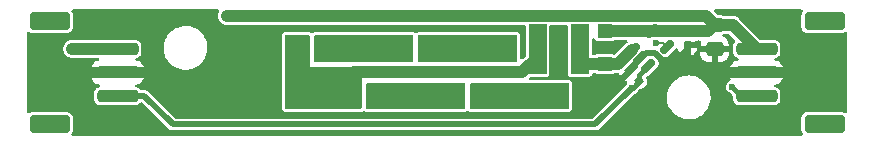
<source format=gbr>
%TF.GenerationSoftware,KiCad,Pcbnew,(5.99.0-12650-g5c402a64ab)*%
%TF.CreationDate,2021-10-05T22:40:07+02:00*%
%TF.ProjectId,mini_light,6d696e69-5f6c-4696-9768-742e6b696361,v1.1*%
%TF.SameCoordinates,Original*%
%TF.FileFunction,Copper,L1,Top*%
%TF.FilePolarity,Positive*%
%FSLAX46Y46*%
G04 Gerber Fmt 4.6, Leading zero omitted, Abs format (unit mm)*
G04 Created by KiCad (PCBNEW (5.99.0-12650-g5c402a64ab)) date 2021-10-05 22:40:07*
%MOMM*%
%LPD*%
G01*
G04 APERTURE LIST*
G04 Aperture macros list*
%AMRoundRect*
0 Rectangle with rounded corners*
0 $1 Rounding radius*
0 $2 $3 $4 $5 $6 $7 $8 $9 X,Y pos of 4 corners*
0 Add a 4 corners polygon primitive as box body*
4,1,4,$2,$3,$4,$5,$6,$7,$8,$9,$2,$3,0*
0 Add four circle primitives for the rounded corners*
1,1,$1+$1,$2,$3*
1,1,$1+$1,$4,$5*
1,1,$1+$1,$6,$7*
1,1,$1+$1,$8,$9*
0 Add four rect primitives between the rounded corners*
20,1,$1+$1,$2,$3,$4,$5,0*
20,1,$1+$1,$4,$5,$6,$7,0*
20,1,$1+$1,$6,$7,$8,$9,0*
20,1,$1+$1,$8,$9,$2,$3,0*%
G04 Aperture macros list end*
%TA.AperFunction,SMDPad,CuDef*%
%ADD10RoundRect,0.160000X-0.252791X0.026517X0.026517X-0.252791X0.252791X-0.026517X-0.026517X0.252791X0*%
%TD*%
%TA.AperFunction,SMDPad,CuDef*%
%ADD11RoundRect,0.150000X-0.256326X-0.468458X0.468458X0.256326X0.256326X0.468458X-0.468458X-0.256326X0*%
%TD*%
%TA.AperFunction,SMDPad,CuDef*%
%ADD12R,1.200000X1.200000*%
%TD*%
%TA.AperFunction,SMDPad,CuDef*%
%ADD13R,1.500000X4.200000*%
%TD*%
%TA.AperFunction,SMDPad,CuDef*%
%ADD14RoundRect,0.250000X1.500000X-0.250000X1.500000X0.250000X-1.500000X0.250000X-1.500000X-0.250000X0*%
%TD*%
%TA.AperFunction,SMDPad,CuDef*%
%ADD15RoundRect,0.250001X1.449999X-0.499999X1.449999X0.499999X-1.449999X0.499999X-1.449999X-0.499999X0*%
%TD*%
%TA.AperFunction,SMDPad,CuDef*%
%ADD16RoundRect,0.155000X-0.155000X0.212500X-0.155000X-0.212500X0.155000X-0.212500X0.155000X0.212500X0*%
%TD*%
%TA.AperFunction,SMDPad,CuDef*%
%ADD17RoundRect,0.250000X-0.475000X0.337500X-0.475000X-0.337500X0.475000X-0.337500X0.475000X0.337500X0*%
%TD*%
%TA.AperFunction,SMDPad,CuDef*%
%ADD18RoundRect,0.250000X-1.500000X0.250000X-1.500000X-0.250000X1.500000X-0.250000X1.500000X0.250000X0*%
%TD*%
%TA.AperFunction,SMDPad,CuDef*%
%ADD19RoundRect,0.250001X-1.449999X0.499999X-1.449999X-0.499999X1.449999X-0.499999X1.449999X0.499999X0*%
%TD*%
%TA.AperFunction,ViaPad*%
%ADD20C,1.000000*%
%TD*%
%TA.AperFunction,ViaPad*%
%ADD21C,0.600000*%
%TD*%
%TA.AperFunction,Conductor*%
%ADD22C,1.000000*%
%TD*%
%TA.AperFunction,Conductor*%
%ADD23C,0.500000*%
%TD*%
%TA.AperFunction,Conductor*%
%ADD24C,0.200000*%
%TD*%
%TA.AperFunction,Conductor*%
%ADD25C,0.450000*%
%TD*%
G04 APERTURE END LIST*
D10*
%TO.P,R1,1*%
%TO.N,GND*%
X136377504Y-99877504D03*
%TO.P,R1,2*%
%TO.N,Ctrl*%
X137222496Y-100722496D03*
%TD*%
D11*
%TO.P,U1,1,SW*%
%TO.N,Net-(D1-Pad2)*%
X136647830Y-98132583D03*
%TO.P,U1,2,GND*%
%TO.N,GND*%
X137319581Y-98804334D03*
%TO.P,U1,3,CTRL*%
%TO.N,Ctrl*%
X137991332Y-99476085D03*
%TO.P,U1,4,SET*%
%TO.N,Net-(D2-Pad2)*%
X139600000Y-97867417D03*
%TO.P,U1,5,VIN*%
%TO.N,+12V*%
X138256498Y-96523915D03*
%TD*%
D12*
%TO.P,D1,1,K*%
%TO.N,+12V*%
X134300000Y-96500000D03*
%TO.P,D1,2,A*%
%TO.N,Net-(D1-Pad2)*%
X134300000Y-99300000D03*
%TD*%
D13*
%TO.P,L1,1,1*%
%TO.N,Net-(D4-Pad1)*%
X128600000Y-98000000D03*
%TO.P,L1,2,2*%
%TO.N,Net-(D1-Pad2)*%
X132200000Y-98000000D03*
%TD*%
D14*
%TO.P,J1,1,Pin_1*%
%TO.N,Ctrl*%
X147150000Y-102000000D03*
%TO.P,J1,2,Pin_2*%
%TO.N,GND*%
X147150000Y-100000000D03*
%TO.P,J1,3,Pin_3*%
%TO.N,+12V*%
X147150000Y-98000000D03*
D15*
%TO.P,J1,MP*%
%TO.N,N/C*%
X152900000Y-104350000D03*
X152900000Y-95650000D03*
%TD*%
D16*
%TO.P,C2,1*%
%TO.N,+12V*%
X141300000Y-96532500D03*
%TO.P,C2,2*%
%TO.N,GND*%
X141300000Y-97667500D03*
%TD*%
D17*
%TO.P,C1,1*%
%TO.N,+12V*%
X143600000Y-95962500D03*
%TO.P,C1,2*%
%TO.N,GND*%
X143600000Y-98037500D03*
%TD*%
D18*
%TO.P,J2,1,Pin_1*%
%TO.N,+12V*%
X93050000Y-98000000D03*
%TO.P,J2,2,Pin_2*%
%TO.N,GND*%
X93050000Y-100000000D03*
%TO.P,J2,3,Pin_3*%
%TO.N,Ctrl*%
X93050000Y-102000000D03*
D19*
%TO.P,J2,MP*%
%TO.N,N/C*%
X87300000Y-95650000D03*
X87300000Y-104350000D03*
%TD*%
D20*
%TO.N,+12V*%
X135800000Y-96500000D03*
X137000000Y-96500000D03*
X102300000Y-95200000D03*
X103500000Y-95200000D03*
X89200000Y-98000000D03*
X90400000Y-98000000D03*
D21*
%TO.N,GND*%
X90155000Y-104651500D03*
X100315000Y-103381500D03*
X104125000Y-102111500D03*
X137145000Y-104651500D03*
X92695000Y-95761500D03*
X104125000Y-103381500D03*
X138415000Y-103381500D03*
X149845000Y-95761500D03*
X90155000Y-100841500D03*
X92695000Y-103381500D03*
X153655000Y-98301500D03*
X149845000Y-99571500D03*
X87615000Y-102111500D03*
X99045000Y-100841500D03*
X100400000Y-100400000D03*
X137145000Y-103381500D03*
X142225000Y-104651500D03*
X145000000Y-97300000D03*
X93965000Y-95761500D03*
X104125000Y-97031500D03*
X138415000Y-102111500D03*
X148575000Y-104651500D03*
X100315000Y-95761500D03*
X147305000Y-95761500D03*
X152385000Y-100841500D03*
X149845000Y-98301500D03*
X104125000Y-99571500D03*
X153655000Y-99571500D03*
X138400000Y-100800000D03*
X151115000Y-102111500D03*
X149845000Y-102111500D03*
X152385000Y-102111500D03*
X152385000Y-97031500D03*
X90155000Y-103381500D03*
X86345000Y-99571500D03*
X104125000Y-98301500D03*
X91425000Y-95761500D03*
X146035000Y-103381500D03*
X87615000Y-100841500D03*
X148575000Y-103381500D03*
X95235000Y-104651500D03*
X101585000Y-103381500D03*
X143495000Y-100841500D03*
X140900000Y-99600000D03*
X96505000Y-95761500D03*
X96505000Y-99571500D03*
X145000000Y-98900000D03*
X97775000Y-100841500D03*
X152385000Y-98301500D03*
X95235000Y-95761500D03*
X97775000Y-95761500D03*
X153655000Y-100841500D03*
X143495000Y-103381500D03*
X86345000Y-100841500D03*
X152385000Y-99571500D03*
X144765000Y-103381500D03*
X153655000Y-97031500D03*
X92695000Y-104651500D03*
X95300000Y-103400000D03*
X144765000Y-104651500D03*
X102855000Y-102111500D03*
X149845000Y-100841500D03*
X151115000Y-97031500D03*
X86345000Y-98301500D03*
X104125000Y-100841500D03*
X140955000Y-104651500D03*
X142200000Y-97600000D03*
X134100000Y-105000000D03*
X102855000Y-103381500D03*
X96505000Y-98301500D03*
X135875000Y-104651500D03*
X90155000Y-99571500D03*
X134900000Y-101800000D03*
X87615000Y-98301500D03*
X97100000Y-105000000D03*
X88885000Y-99571500D03*
X101585000Y-98301500D03*
X145600000Y-95000000D03*
X149845000Y-97031500D03*
X88885000Y-100841500D03*
X151115000Y-98301500D03*
X147305000Y-103381500D03*
X93965000Y-103381500D03*
X88885000Y-102111500D03*
X93965000Y-104651500D03*
X148575000Y-95761500D03*
X87615000Y-99571500D03*
X96505000Y-100841500D03*
X91425000Y-103381500D03*
X101585000Y-97031500D03*
X151115000Y-100841500D03*
X146035000Y-104651500D03*
X138307264Y-98358757D03*
X138415000Y-104651500D03*
X101300000Y-99500000D03*
X151115000Y-99571500D03*
X149845000Y-104651500D03*
X90155000Y-95761500D03*
X139600000Y-99600000D03*
X153655000Y-102111500D03*
X87615000Y-97031500D03*
X96505000Y-97031500D03*
X142225000Y-99571500D03*
X143495000Y-104651500D03*
X90155000Y-102111500D03*
X86345000Y-97031500D03*
X149845000Y-103381500D03*
X135600000Y-100600000D03*
X139685000Y-104651500D03*
X99045000Y-103381500D03*
X147305000Y-104651500D03*
X91425000Y-104651500D03*
X135300000Y-97700000D03*
X86345000Y-102111500D03*
%TO.N,Net-(D2-Pad1)*%
X124000000Y-101400000D03*
X125400000Y-102600000D03*
X128200000Y-102600000D03*
X131000000Y-101400000D03*
X126800000Y-101400000D03*
X131000000Y-102600000D03*
X125400000Y-101400000D03*
X130300000Y-102000000D03*
X128200000Y-101400000D03*
X129600000Y-102600000D03*
X124000000Y-102600000D03*
X129600000Y-101400000D03*
X126800000Y-102600000D03*
%TO.N,Net-(D3-Pad1)*%
X118000000Y-102600000D03*
X122200000Y-102600000D03*
X120800000Y-102600000D03*
X121500000Y-102000000D03*
X120800000Y-101400000D03*
X118000000Y-101400000D03*
X115200000Y-101400000D03*
X115200000Y-102600000D03*
X116600000Y-102600000D03*
X116600000Y-101400000D03*
X119400000Y-102600000D03*
X122200000Y-101400000D03*
X119400000Y-101400000D03*
%TO.N,Net-(D2-Pad2)*%
X138600000Y-97523415D03*
%TO.N,Net-(D5-Pad1)*%
X119600000Y-98600000D03*
X126600000Y-97400000D03*
X125900000Y-98000000D03*
X123800000Y-98600000D03*
X122400000Y-98600000D03*
X119600000Y-97400000D03*
X122400000Y-97400000D03*
X125200000Y-98600000D03*
X121000000Y-98600000D03*
X126600000Y-98600000D03*
X121000000Y-97400000D03*
X125200000Y-97400000D03*
X123800000Y-97400000D03*
%TO.N,Net-(D6-Pad1)*%
X117100000Y-98000000D03*
X110800000Y-97400000D03*
X110800000Y-98600000D03*
X116400000Y-98600000D03*
X117800000Y-97400000D03*
X115000000Y-98600000D03*
X112200000Y-97400000D03*
X112200000Y-98600000D03*
X113600000Y-97400000D03*
X113600000Y-98600000D03*
X117800000Y-98600000D03*
X115000000Y-97400000D03*
X116400000Y-97400000D03*
%TO.N,Ctrl*%
X136600000Y-101300000D03*
X145100000Y-101200000D03*
%TO.N,Net-(D4-Pad1)*%
X112000000Y-102600000D03*
X109000000Y-98600000D03*
X112000000Y-101400000D03*
X107800000Y-102600000D03*
X112700000Y-102000000D03*
X110600000Y-102600000D03*
X107600000Y-100000000D03*
X109200000Y-101400000D03*
X113400000Y-101400000D03*
X109200000Y-102600000D03*
X113400000Y-102600000D03*
X107600000Y-97400000D03*
X109000000Y-97400000D03*
X110600000Y-101400000D03*
X109000000Y-100000000D03*
X107800000Y-101400000D03*
X107600000Y-98600000D03*
X108300000Y-98000000D03*
%TD*%
D22*
%TO.N,+12V*%
X142837500Y-95200000D02*
X103500000Y-95200000D01*
X135800000Y-96500000D02*
X137000000Y-96500000D01*
X90400000Y-98000000D02*
X89200000Y-98000000D01*
X145112500Y-95962500D02*
X147150000Y-98000000D01*
X93050000Y-98000000D02*
X90400000Y-98000000D01*
X143038585Y-96523915D02*
X143600000Y-95962500D01*
X134400000Y-96500000D02*
X135800000Y-96500000D01*
X137000000Y-96500000D02*
X138308668Y-96500000D01*
X103500000Y-95200000D02*
X102300000Y-95200000D01*
X143600000Y-95962500D02*
X142837500Y-95200000D01*
X143600000Y-95962500D02*
X145112500Y-95962500D01*
X138256498Y-96523915D02*
X143038585Y-96523915D01*
D23*
%TO.N,GND*%
X138518706Y-98358757D02*
X139098283Y-98938334D01*
X141300000Y-98000000D02*
X141300000Y-97667500D01*
X138307264Y-98358757D02*
X138518706Y-98358757D01*
X137319581Y-98804334D02*
X137765158Y-98358757D01*
X140361666Y-98938334D02*
X141300000Y-98000000D01*
X137765158Y-98358757D02*
X138307264Y-98358757D01*
X139098283Y-98938334D02*
X140361666Y-98938334D01*
D22*
%TO.N,Net-(D1-Pad2)*%
X134300000Y-99300000D02*
X135410381Y-99300000D01*
X135410381Y-99300000D02*
X136612814Y-98097567D01*
X133800000Y-99300000D02*
X133000000Y-99300000D01*
D24*
%TO.N,Net-(D2-Pad2)*%
X139255998Y-97523415D02*
X139600000Y-97867417D01*
X138600000Y-97523415D02*
X139255998Y-97523415D01*
D23*
%TO.N,Ctrl*%
X95300000Y-102000000D02*
X93050000Y-102000000D01*
D25*
X145100000Y-101200000D02*
X145900000Y-102000000D01*
X136644992Y-101300000D02*
X137222496Y-100722496D01*
X136600000Y-101300000D02*
X136644992Y-101300000D01*
D23*
X97700480Y-104400480D02*
X95300000Y-102000000D01*
D25*
X137222496Y-100722496D02*
X137222496Y-100244921D01*
D23*
X136600000Y-101300000D02*
X133499520Y-104400480D01*
D25*
X137222496Y-100244921D02*
X137991332Y-99476085D01*
D23*
X133499520Y-104400480D02*
X97700480Y-104400480D01*
D22*
%TO.N,Net-(D4-Pad1)*%
X113100000Y-100000000D02*
X112500000Y-100600000D01*
X112500000Y-101600000D02*
X112000000Y-102100000D01*
X127300000Y-100000000D02*
X113100000Y-100000000D01*
X128600000Y-98700000D02*
X127300000Y-100000000D01*
X112000000Y-102100000D02*
X108300000Y-102100000D01*
X112500000Y-100600000D02*
X112500000Y-101600000D01*
%TD*%
%TA.AperFunction,Conductor*%
%TO.N,Net-(D6-Pad1)*%
G36*
X118042121Y-96820002D02*
G01*
X118088614Y-96873658D01*
X118100000Y-96926000D01*
X118100000Y-98974000D01*
X118079998Y-99042121D01*
X118026342Y-99088614D01*
X117974000Y-99100000D01*
X109826000Y-99100000D01*
X109757879Y-99079998D01*
X109711386Y-99026342D01*
X109700000Y-98974000D01*
X109700000Y-96926000D01*
X109720002Y-96857879D01*
X109773658Y-96811386D01*
X109826000Y-96800000D01*
X117974000Y-96800000D01*
X118042121Y-96820002D01*
G37*
%TD.AperFunction*%
%TD*%
%TA.AperFunction,Conductor*%
%TO.N,Net-(D5-Pad1)*%
G36*
X126842121Y-96820002D02*
G01*
X126888614Y-96873658D01*
X126900000Y-96926000D01*
X126900000Y-98974000D01*
X126879998Y-99042121D01*
X126826342Y-99088614D01*
X126774000Y-99100000D01*
X118626000Y-99100000D01*
X118557879Y-99079998D01*
X118511386Y-99026342D01*
X118500000Y-98974000D01*
X118500000Y-96926000D01*
X118520002Y-96857879D01*
X118573658Y-96811386D01*
X118626000Y-96800000D01*
X126774000Y-96800000D01*
X126842121Y-96820002D01*
G37*
%TD.AperFunction*%
%TD*%
%TA.AperFunction,Conductor*%
%TO.N,Net-(D2-Pad1)*%
G36*
X131242121Y-100920002D02*
G01*
X131288614Y-100973658D01*
X131300000Y-101026000D01*
X131300000Y-102974000D01*
X131279998Y-103042121D01*
X131226342Y-103088614D01*
X131174000Y-103100000D01*
X123026000Y-103100000D01*
X122957879Y-103079998D01*
X122911386Y-103026342D01*
X122900000Y-102974000D01*
X122900000Y-101026000D01*
X122920002Y-100957879D01*
X122973658Y-100911386D01*
X123026000Y-100900000D01*
X131174000Y-100900000D01*
X131242121Y-100920002D01*
G37*
%TD.AperFunction*%
%TD*%
%TA.AperFunction,Conductor*%
%TO.N,Net-(D4-Pad1)*%
G36*
X109242121Y-96820002D02*
G01*
X109288614Y-96873658D01*
X109300000Y-96926000D01*
X109300000Y-99500000D01*
X113574000Y-99500000D01*
X113642121Y-99520002D01*
X113688614Y-99573658D01*
X113700000Y-99626000D01*
X113700000Y-102974000D01*
X113679998Y-103042121D01*
X113626342Y-103088614D01*
X113574000Y-103100000D01*
X107326000Y-103100000D01*
X107257879Y-103079998D01*
X107211386Y-103026342D01*
X107200000Y-102974000D01*
X107200000Y-96926000D01*
X107220002Y-96857879D01*
X107273658Y-96811386D01*
X107326000Y-96800000D01*
X109174000Y-96800000D01*
X109242121Y-96820002D01*
G37*
%TD.AperFunction*%
%TD*%
%TA.AperFunction,Conductor*%
%TO.N,Net-(D3-Pad1)*%
G36*
X122442121Y-100920002D02*
G01*
X122488614Y-100973658D01*
X122500000Y-101026000D01*
X122500000Y-102974000D01*
X122479998Y-103042121D01*
X122426342Y-103088614D01*
X122374000Y-103100000D01*
X114226000Y-103100000D01*
X114157879Y-103079998D01*
X114111386Y-103026342D01*
X114100000Y-102974000D01*
X114100000Y-101026000D01*
X114120002Y-100957879D01*
X114173658Y-100911386D01*
X114226000Y-100900000D01*
X122374000Y-100900000D01*
X122442121Y-100920002D01*
G37*
%TD.AperFunction*%
%TD*%
%TA.AperFunction,Conductor*%
%TO.N,GND*%
G36*
X101591234Y-94674002D02*
G01*
X101637727Y-94727658D01*
X101647831Y-94797932D01*
X101629024Y-94848256D01*
X101619909Y-94862400D01*
X101617499Y-94869021D01*
X101616626Y-94870780D01*
X101608230Y-94888725D01*
X101603368Y-94897096D01*
X101601245Y-94904104D01*
X101601245Y-94904105D01*
X101584979Y-94957811D01*
X101582796Y-94964365D01*
X101562015Y-95021463D01*
X101561132Y-95028454D01*
X101560710Y-95031794D01*
X101556296Y-95052516D01*
X101554491Y-95058475D01*
X101554490Y-95058479D01*
X101552370Y-95065480D01*
X101549878Y-95105664D01*
X101548678Y-95125004D01*
X101547928Y-95132980D01*
X101540800Y-95189399D01*
X101541488Y-95196414D01*
X101542194Y-95203619D01*
X101542553Y-95223715D01*
X101541929Y-95233767D01*
X101541929Y-95233773D01*
X101541476Y-95241080D01*
X101550931Y-95296108D01*
X101552147Y-95305127D01*
X101557318Y-95357862D01*
X101563052Y-95375098D01*
X101567671Y-95393524D01*
X101571271Y-95414477D01*
X101574134Y-95421206D01*
X101574135Y-95421209D01*
X101585161Y-95447122D01*
X101591401Y-95461785D01*
X101591636Y-95462338D01*
X101595251Y-95471893D01*
X101610748Y-95518479D01*
X101622161Y-95537323D01*
X101630319Y-95553250D01*
X101640156Y-95576368D01*
X101644495Y-95582264D01*
X101668713Y-95615173D01*
X101675007Y-95624583D01*
X101698435Y-95663267D01*
X101703326Y-95668332D01*
X101703327Y-95668333D01*
X101716418Y-95681889D01*
X101727262Y-95694733D01*
X101744437Y-95718071D01*
X101750021Y-95722815D01*
X101778236Y-95746786D01*
X101787292Y-95755282D01*
X101811127Y-95779964D01*
X101811131Y-95779967D01*
X101816021Y-95785031D01*
X101840923Y-95801326D01*
X101853505Y-95810731D01*
X101872941Y-95827243D01*
X101872945Y-95827246D01*
X101878520Y-95831982D01*
X101885034Y-95835308D01*
X101914601Y-95850406D01*
X101926293Y-95857191D01*
X101957660Y-95877717D01*
X101964260Y-95880171D01*
X101964261Y-95880172D01*
X101989172Y-95889436D01*
X102002556Y-95895318D01*
X102028687Y-95908662D01*
X102028693Y-95908664D01*
X102035212Y-95911993D01*
X102070842Y-95920711D01*
X102084791Y-95924996D01*
X102116315Y-95936720D01*
X102140859Y-95939995D01*
X102153472Y-95941678D01*
X102166754Y-95944182D01*
X102200651Y-95952476D01*
X102200655Y-95952477D01*
X102206108Y-95953811D01*
X102211705Y-95954158D01*
X102211710Y-95954159D01*
X102215275Y-95954380D01*
X102215284Y-95954380D01*
X102217214Y-95954500D01*
X102241204Y-95954500D01*
X102257868Y-95955607D01*
X102277118Y-95958176D01*
X102277122Y-95958176D01*
X102284099Y-95959107D01*
X102291110Y-95958469D01*
X102291114Y-95958469D01*
X102329020Y-95955019D01*
X102340439Y-95954500D01*
X103441204Y-95954500D01*
X103457868Y-95955607D01*
X103477118Y-95958176D01*
X103477122Y-95958176D01*
X103484099Y-95959107D01*
X103491110Y-95958469D01*
X103491114Y-95958469D01*
X103529020Y-95955019D01*
X103540439Y-95954500D01*
X127469500Y-95954500D01*
X127537621Y-95974502D01*
X127584114Y-96028158D01*
X127595500Y-96080500D01*
X127595501Y-98585285D01*
X127575499Y-98653406D01*
X127558596Y-98674380D01*
X127369095Y-98863881D01*
X127306783Y-98897907D01*
X127235968Y-98892842D01*
X127179132Y-98850295D01*
X127154321Y-98783775D01*
X127154000Y-98774786D01*
X127154000Y-98648402D01*
X127155078Y-98631956D01*
X127158207Y-98608188D01*
X127159285Y-98600000D01*
X127155078Y-98568044D01*
X127154000Y-98551598D01*
X127154000Y-97448402D01*
X127155078Y-97431956D01*
X127158207Y-97408188D01*
X127159285Y-97400000D01*
X127156272Y-97377115D01*
X127155078Y-97368044D01*
X127154000Y-97351598D01*
X127154000Y-96926000D01*
X127153520Y-96921537D01*
X127148558Y-96875374D01*
X127148557Y-96875367D01*
X127148196Y-96872010D01*
X127143725Y-96851458D01*
X127137170Y-96821322D01*
X127137168Y-96821315D01*
X127136810Y-96819668D01*
X127129616Y-96793445D01*
X127098451Y-96738716D01*
X127083638Y-96712702D01*
X127083635Y-96712698D01*
X127080575Y-96707324D01*
X127057368Y-96680542D01*
X127035922Y-96655791D01*
X127035917Y-96655786D01*
X127034082Y-96653668D01*
X127001498Y-96622227D01*
X126913681Y-96576291D01*
X126845560Y-96556289D01*
X126841101Y-96555648D01*
X126841097Y-96555647D01*
X126809780Y-96551144D01*
X126774000Y-96546000D01*
X118626000Y-96546000D01*
X118622653Y-96546360D01*
X118622649Y-96546360D01*
X118575374Y-96551442D01*
X118575367Y-96551443D01*
X118572010Y-96551804D01*
X118568710Y-96552522D01*
X118568709Y-96552522D01*
X118521322Y-96562830D01*
X118521315Y-96562832D01*
X118519668Y-96563190D01*
X118493445Y-96570384D01*
X118456031Y-96591689D01*
X118412702Y-96616362D01*
X118412698Y-96616365D01*
X118407324Y-96619425D01*
X118402649Y-96623476D01*
X118402646Y-96623478D01*
X118384434Y-96639259D01*
X118319853Y-96668752D01*
X118249579Y-96658647D01*
X118214432Y-96634707D01*
X118207981Y-96628482D01*
X118207979Y-96628480D01*
X118201498Y-96622227D01*
X118113681Y-96576291D01*
X118045560Y-96556289D01*
X118041101Y-96555648D01*
X118041097Y-96555647D01*
X118009780Y-96551144D01*
X117974000Y-96546000D01*
X109826000Y-96546000D01*
X109822653Y-96546360D01*
X109822649Y-96546360D01*
X109775374Y-96551442D01*
X109775367Y-96551443D01*
X109772010Y-96551804D01*
X109768710Y-96552522D01*
X109768709Y-96552522D01*
X109721322Y-96562830D01*
X109721315Y-96562832D01*
X109719668Y-96563190D01*
X109693445Y-96570384D01*
X109656031Y-96591689D01*
X109612702Y-96616362D01*
X109612698Y-96616365D01*
X109607324Y-96619425D01*
X109602649Y-96623476D01*
X109602646Y-96623478D01*
X109584434Y-96639259D01*
X109519853Y-96668752D01*
X109449579Y-96658647D01*
X109414432Y-96634707D01*
X109407981Y-96628482D01*
X109407979Y-96628480D01*
X109401498Y-96622227D01*
X109313681Y-96576291D01*
X109245560Y-96556289D01*
X109241101Y-96555648D01*
X109241097Y-96555647D01*
X109209780Y-96551144D01*
X109174000Y-96546000D01*
X107326000Y-96546000D01*
X107322653Y-96546360D01*
X107322649Y-96546360D01*
X107275374Y-96551442D01*
X107275367Y-96551443D01*
X107272010Y-96551804D01*
X107268710Y-96552522D01*
X107268709Y-96552522D01*
X107221322Y-96562830D01*
X107221315Y-96562832D01*
X107219668Y-96563190D01*
X107193445Y-96570384D01*
X107156031Y-96591689D01*
X107112702Y-96616362D01*
X107112698Y-96616365D01*
X107107324Y-96619425D01*
X107102647Y-96623478D01*
X107070055Y-96651719D01*
X107053668Y-96665918D01*
X107022227Y-96698502D01*
X106976291Y-96786319D01*
X106956289Y-96854440D01*
X106946000Y-96926000D01*
X106946000Y-102974000D01*
X106951804Y-103027990D01*
X106952522Y-103031290D01*
X106952522Y-103031291D01*
X106956567Y-103049884D01*
X106963190Y-103080332D01*
X106970384Y-103106555D01*
X106993597Y-103147320D01*
X107016362Y-103187298D01*
X107016365Y-103187302D01*
X107019425Y-103192676D01*
X107032686Y-103207980D01*
X107061604Y-103241353D01*
X107065918Y-103246332D01*
X107098502Y-103277773D01*
X107186319Y-103323709D01*
X107254440Y-103343711D01*
X107258899Y-103344352D01*
X107258903Y-103344353D01*
X107280639Y-103347478D01*
X107326000Y-103354000D01*
X113574000Y-103354000D01*
X113577347Y-103353640D01*
X113577351Y-103353640D01*
X113624626Y-103348558D01*
X113624633Y-103348557D01*
X113627990Y-103348196D01*
X113638683Y-103345870D01*
X113678678Y-103337170D01*
X113678685Y-103337168D01*
X113680332Y-103336810D01*
X113706555Y-103329616D01*
X113747320Y-103306403D01*
X113787298Y-103283638D01*
X113787302Y-103283635D01*
X113792676Y-103280575D01*
X113797351Y-103276524D01*
X113797354Y-103276522D01*
X113815566Y-103260741D01*
X113880147Y-103231248D01*
X113950421Y-103241353D01*
X113985568Y-103265293D01*
X113992019Y-103271518D01*
X113992021Y-103271520D01*
X113998502Y-103277773D01*
X114086319Y-103323709D01*
X114154440Y-103343711D01*
X114158899Y-103344352D01*
X114158903Y-103344353D01*
X114180639Y-103347478D01*
X114226000Y-103354000D01*
X122374000Y-103354000D01*
X122377347Y-103353640D01*
X122377351Y-103353640D01*
X122424626Y-103348558D01*
X122424633Y-103348557D01*
X122427990Y-103348196D01*
X122438683Y-103345870D01*
X122478678Y-103337170D01*
X122478685Y-103337168D01*
X122480332Y-103336810D01*
X122506555Y-103329616D01*
X122547320Y-103306403D01*
X122587298Y-103283638D01*
X122587302Y-103283635D01*
X122592676Y-103280575D01*
X122597351Y-103276524D01*
X122597354Y-103276522D01*
X122615566Y-103260741D01*
X122680147Y-103231248D01*
X122750421Y-103241353D01*
X122785568Y-103265293D01*
X122792019Y-103271518D01*
X122792021Y-103271520D01*
X122798502Y-103277773D01*
X122886319Y-103323709D01*
X122954440Y-103343711D01*
X122958899Y-103344352D01*
X122958903Y-103344353D01*
X122980639Y-103347478D01*
X123026000Y-103354000D01*
X131174000Y-103354000D01*
X131177347Y-103353640D01*
X131177351Y-103353640D01*
X131224626Y-103348558D01*
X131224633Y-103348557D01*
X131227990Y-103348196D01*
X131238683Y-103345870D01*
X131278678Y-103337170D01*
X131278685Y-103337168D01*
X131280332Y-103336810D01*
X131306555Y-103329616D01*
X131347320Y-103306403D01*
X131387298Y-103283638D01*
X131387302Y-103283635D01*
X131392676Y-103280575D01*
X131419458Y-103257368D01*
X131444209Y-103235922D01*
X131444214Y-103235917D01*
X131446332Y-103234082D01*
X131477773Y-103201498D01*
X131523709Y-103113681D01*
X131543711Y-103045560D01*
X131554000Y-102974000D01*
X131554000Y-102648402D01*
X131555078Y-102631956D01*
X131558207Y-102608188D01*
X131559285Y-102600000D01*
X131555078Y-102568044D01*
X131554000Y-102551598D01*
X131554000Y-101448402D01*
X131555078Y-101431956D01*
X131558207Y-101408188D01*
X131559285Y-101400000D01*
X131555078Y-101368044D01*
X131554000Y-101351598D01*
X131554000Y-101026000D01*
X131553628Y-101022538D01*
X131548558Y-100975374D01*
X131548557Y-100975367D01*
X131548196Y-100972010D01*
X131547478Y-100968709D01*
X131537170Y-100921322D01*
X131537168Y-100921315D01*
X131536810Y-100919668D01*
X131529616Y-100893445D01*
X131499879Y-100841224D01*
X131483638Y-100812702D01*
X131483635Y-100812698D01*
X131480575Y-100807324D01*
X131434082Y-100753668D01*
X131401498Y-100722227D01*
X131313681Y-100676291D01*
X131245560Y-100656289D01*
X131241101Y-100655648D01*
X131241097Y-100655647D01*
X131209780Y-100651144D01*
X131174000Y-100646000D01*
X128025215Y-100646000D01*
X127957094Y-100625998D01*
X127910601Y-100572342D01*
X127900497Y-100502068D01*
X127929991Y-100437488D01*
X127936120Y-100430905D01*
X127975620Y-100391405D01*
X128037932Y-100357379D01*
X128064715Y-100354500D01*
X129230617Y-100354499D01*
X129375066Y-100354499D01*
X129410818Y-100347388D01*
X129437126Y-100342156D01*
X129437128Y-100342155D01*
X129449301Y-100339734D01*
X129459621Y-100332839D01*
X129459622Y-100332838D01*
X129523168Y-100290377D01*
X129533484Y-100283484D01*
X129589734Y-100199301D01*
X129604500Y-100125067D01*
X129604499Y-96080500D01*
X129624501Y-96012379D01*
X129678157Y-95965886D01*
X129730499Y-95954500D01*
X131069500Y-95954500D01*
X131137621Y-95974502D01*
X131184114Y-96028158D01*
X131195500Y-96080500D01*
X131195501Y-98100600D01*
X131195501Y-100125066D01*
X131210266Y-100199301D01*
X131217161Y-100209620D01*
X131217162Y-100209622D01*
X131248347Y-100256293D01*
X131266516Y-100283484D01*
X131350699Y-100339734D01*
X131424933Y-100354500D01*
X132199874Y-100354500D01*
X132975066Y-100354499D01*
X133010818Y-100347388D01*
X133037126Y-100342156D01*
X133037128Y-100342155D01*
X133049301Y-100339734D01*
X133059621Y-100332839D01*
X133059622Y-100332838D01*
X133123168Y-100290377D01*
X133133484Y-100283484D01*
X133189734Y-100199301D01*
X133198363Y-100155918D01*
X133231270Y-100093009D01*
X133292965Y-100057877D01*
X133321942Y-100054500D01*
X133438765Y-100054500D01*
X133506886Y-100074502D01*
X133514748Y-100080838D01*
X133516516Y-100083484D01*
X133525382Y-100089408D01*
X133525383Y-100089409D01*
X133579654Y-100125672D01*
X133600699Y-100139734D01*
X133674933Y-100154500D01*
X134299898Y-100154500D01*
X134925066Y-100154499D01*
X134960818Y-100147388D01*
X134987126Y-100142156D01*
X134987128Y-100142155D01*
X134999301Y-100139734D01*
X135009621Y-100132839D01*
X135009622Y-100132838D01*
X135083484Y-100083484D01*
X135084329Y-100084749D01*
X135134452Y-100057379D01*
X135161235Y-100054500D01*
X135343616Y-100054500D01*
X135362566Y-100055933D01*
X135376636Y-100058074D01*
X135376640Y-100058074D01*
X135383870Y-100059174D01*
X135391162Y-100058581D01*
X135391167Y-100058581D01*
X135392627Y-100058462D01*
X135393611Y-100058666D01*
X135398480Y-100058836D01*
X135398451Y-100059670D01*
X135462145Y-100072876D01*
X135514502Y-100125672D01*
X135567057Y-100226202D01*
X135574430Y-100237268D01*
X135601031Y-100269250D01*
X135613619Y-100277705D01*
X135624264Y-100271534D01*
X136336759Y-99559040D01*
X136344372Y-99545097D01*
X136342175Y-99514368D01*
X136336059Y-99493545D01*
X136356056Y-99425423D01*
X136372961Y-99404444D01*
X137177476Y-98599929D01*
X137220801Y-98545168D01*
X137278753Y-98504157D01*
X137349679Y-98500986D01*
X137408709Y-98534252D01*
X137589696Y-98715239D01*
X137623722Y-98777551D01*
X137618657Y-98848366D01*
X137589696Y-98893429D01*
X137118141Y-99364984D01*
X137110529Y-99378924D01*
X137111859Y-99397516D01*
X137123810Y-99438217D01*
X137103808Y-99506338D01*
X137086905Y-99527313D01*
X135984639Y-100629579D01*
X135977372Y-100642887D01*
X135984494Y-100652926D01*
X136017740Y-100680578D01*
X136028806Y-100687951D01*
X136139985Y-100746073D01*
X136191087Y-100795359D01*
X136207431Y-100864448D01*
X136181573Y-100934439D01*
X136115645Y-101020358D01*
X136112486Y-101027984D01*
X136112485Y-101027986D01*
X136089507Y-101083460D01*
X136062193Y-101124336D01*
X133327454Y-103859075D01*
X133265142Y-103893101D01*
X133238359Y-103895980D01*
X97961641Y-103895980D01*
X97893520Y-103875978D01*
X97872546Y-103859075D01*
X95706677Y-101693206D01*
X95699135Y-101683766D01*
X95698755Y-101684089D01*
X95692937Y-101677253D01*
X95688147Y-101669661D01*
X95648140Y-101634328D01*
X95642454Y-101628983D01*
X95631120Y-101617649D01*
X95622845Y-101611447D01*
X95615000Y-101605060D01*
X95586557Y-101579940D01*
X95579830Y-101573999D01*
X95571708Y-101570186D01*
X95568907Y-101568346D01*
X95554912Y-101559937D01*
X95551949Y-101558315D01*
X95544764Y-101552930D01*
X95536354Y-101549777D01*
X95536352Y-101549776D01*
X95500818Y-101536454D01*
X95491502Y-101532529D01*
X95476454Y-101525464D01*
X95449018Y-101512583D01*
X95440144Y-101511201D01*
X95436917Y-101510215D01*
X95421134Y-101506075D01*
X95417856Y-101505354D01*
X95409448Y-101502202D01*
X95395691Y-101501180D01*
X95362643Y-101498724D01*
X95352596Y-101497570D01*
X95344114Y-101496249D01*
X95344111Y-101496249D01*
X95339303Y-101495500D01*
X95323938Y-101495500D01*
X95314601Y-101495154D01*
X95298519Y-101493959D01*
X95265333Y-101491493D01*
X95256558Y-101493366D01*
X95247862Y-101493959D01*
X95233262Y-101495500D01*
X95052801Y-101495500D01*
X94984680Y-101475498D01*
X94951976Y-101445066D01*
X94910404Y-101389596D01*
X94860747Y-101352380D01*
X94801946Y-101308311D01*
X94801943Y-101308309D01*
X94794764Y-101302929D01*
X94659448Y-101252202D01*
X94651588Y-101251348D01*
X94644476Y-101249657D01*
X94582830Y-101214439D01*
X94550010Y-101151484D01*
X94556436Y-101080779D01*
X94600068Y-101024772D01*
X94660620Y-101001747D01*
X94699206Y-100997743D01*
X94712600Y-100994851D01*
X94866784Y-100943412D01*
X94879962Y-100937239D01*
X95017807Y-100851937D01*
X95029208Y-100842901D01*
X95143739Y-100728171D01*
X95152751Y-100716760D01*
X95237816Y-100578757D01*
X95243963Y-100565576D01*
X95260011Y-100517194D01*
X95260500Y-100503101D01*
X95254289Y-100500000D01*
X90852422Y-100500000D01*
X90838891Y-100503973D01*
X90837910Y-100510799D01*
X90856588Y-100566784D01*
X90862761Y-100579962D01*
X90948063Y-100717807D01*
X90957099Y-100729208D01*
X91071829Y-100843739D01*
X91083240Y-100852751D01*
X91221243Y-100937816D01*
X91234424Y-100943963D01*
X91388710Y-100995138D01*
X91402086Y-100998005D01*
X91438985Y-101001786D01*
X91504712Y-101028628D01*
X91545494Y-101086743D01*
X91548382Y-101157681D01*
X91512460Y-101218919D01*
X91455288Y-101249713D01*
X91448409Y-101251348D01*
X91440552Y-101252202D01*
X91433154Y-101254975D01*
X91433151Y-101254976D01*
X91373566Y-101277314D01*
X91305236Y-101302929D01*
X91298057Y-101308309D01*
X91298054Y-101308311D01*
X91239253Y-101352380D01*
X91189596Y-101389596D01*
X91184216Y-101396775D01*
X91184215Y-101396776D01*
X91108311Y-101498054D01*
X91108309Y-101498057D01*
X91102929Y-101505236D01*
X91052202Y-101640552D01*
X91045500Y-101702244D01*
X91045500Y-102297756D01*
X91045869Y-102301152D01*
X91045869Y-102301153D01*
X91046657Y-102308402D01*
X91052202Y-102359448D01*
X91102929Y-102494764D01*
X91108309Y-102501943D01*
X91108311Y-102501946D01*
X91153599Y-102562373D01*
X91189596Y-102610404D01*
X91196776Y-102615785D01*
X91298054Y-102691689D01*
X91298057Y-102691691D01*
X91305236Y-102697071D01*
X91381101Y-102725511D01*
X91433157Y-102745026D01*
X91433159Y-102745026D01*
X91440552Y-102747798D01*
X91448402Y-102748651D01*
X91448403Y-102748651D01*
X91498847Y-102754131D01*
X91502244Y-102754500D01*
X94597756Y-102754500D01*
X94601153Y-102754131D01*
X94651597Y-102748651D01*
X94651598Y-102748651D01*
X94659448Y-102747798D01*
X94666841Y-102745026D01*
X94666843Y-102745026D01*
X94718899Y-102725511D01*
X94794764Y-102697071D01*
X94801943Y-102691691D01*
X94801946Y-102691689D01*
X94903224Y-102615785D01*
X94910404Y-102610404D01*
X94945994Y-102562916D01*
X95002853Y-102520401D01*
X95073671Y-102515375D01*
X95135915Y-102549386D01*
X97293803Y-104707274D01*
X97301345Y-104716714D01*
X97301725Y-104716391D01*
X97307543Y-104723227D01*
X97312333Y-104730819D01*
X97319061Y-104736761D01*
X97352339Y-104766151D01*
X97358026Y-104771497D01*
X97369360Y-104782831D01*
X97372946Y-104785518D01*
X97372951Y-104785523D01*
X97377639Y-104789037D01*
X97385477Y-104795418D01*
X97413923Y-104820540D01*
X97420650Y-104826481D01*
X97428773Y-104830295D01*
X97431584Y-104832141D01*
X97445583Y-104840552D01*
X97448532Y-104842166D01*
X97455715Y-104847550D01*
X97492503Y-104861341D01*
X97499654Y-104864022D01*
X97508974Y-104867949D01*
X97551462Y-104887897D01*
X97560333Y-104889278D01*
X97563555Y-104890263D01*
X97579326Y-104894400D01*
X97582620Y-104895124D01*
X97591032Y-104898278D01*
X97599990Y-104898944D01*
X97599991Y-104898944D01*
X97637830Y-104901756D01*
X97647854Y-104902906D01*
X97661177Y-104904980D01*
X97676542Y-104904980D01*
X97685879Y-104905326D01*
X97735146Y-104908987D01*
X97743921Y-104907114D01*
X97752617Y-104906521D01*
X97767217Y-104904980D01*
X133428896Y-104904980D01*
X133440901Y-104906321D01*
X133440941Y-104905825D01*
X133449888Y-104906545D01*
X133458644Y-104908526D01*
X133511902Y-104905222D01*
X133519704Y-104904980D01*
X133535746Y-104904980D01*
X133540177Y-104904345D01*
X133540182Y-104904345D01*
X133544207Y-104903768D01*
X133545977Y-104903515D01*
X133556034Y-104902484D01*
X133578496Y-104901091D01*
X133593920Y-104900134D01*
X133593922Y-104900134D01*
X133602879Y-104899578D01*
X133611319Y-104896531D01*
X133614609Y-104895850D01*
X133630458Y-104891898D01*
X133633688Y-104890953D01*
X133642572Y-104889681D01*
X133685283Y-104870262D01*
X133694648Y-104866450D01*
X133730357Y-104853558D01*
X133730360Y-104853556D01*
X133738804Y-104850508D01*
X133746053Y-104845212D01*
X133749010Y-104843640D01*
X133763134Y-104835387D01*
X133765957Y-104833582D01*
X133774125Y-104829868D01*
X133780922Y-104824011D01*
X133780924Y-104824010D01*
X133809673Y-104799237D01*
X133817584Y-104792955D01*
X133828464Y-104785007D01*
X133839326Y-104774145D01*
X133846173Y-104767787D01*
X133876802Y-104741395D01*
X133883602Y-104735536D01*
X133888486Y-104728001D01*
X133894219Y-104721429D01*
X133903446Y-104710025D01*
X136571871Y-102041600D01*
X139541680Y-102041600D01*
X139541855Y-102046052D01*
X139551611Y-102294339D01*
X139551991Y-102304022D01*
X139599174Y-102562373D01*
X139600583Y-102566596D01*
X139663150Y-102754131D01*
X139682289Y-102811499D01*
X139684282Y-102815487D01*
X139797013Y-103041097D01*
X139799677Y-103046429D01*
X139948995Y-103262474D01*
X139952011Y-103265736D01*
X139952016Y-103265743D01*
X140124249Y-103452063D01*
X140124254Y-103452067D01*
X140127265Y-103455325D01*
X140330929Y-103621134D01*
X140334747Y-103623433D01*
X140334749Y-103623434D01*
X140542324Y-103748404D01*
X140555924Y-103756592D01*
X140655710Y-103798846D01*
X140793663Y-103857262D01*
X140793666Y-103857263D01*
X140797761Y-103858997D01*
X140802053Y-103860135D01*
X140802056Y-103860136D01*
X141047317Y-103925166D01*
X141047321Y-103925167D01*
X141051614Y-103926305D01*
X141056023Y-103926827D01*
X141056029Y-103926828D01*
X141226509Y-103947005D01*
X141312418Y-103957173D01*
X141574970Y-103950986D01*
X141655543Y-103937575D01*
X141829640Y-103908597D01*
X141829644Y-103908596D01*
X141834030Y-103907866D01*
X141838271Y-103906525D01*
X141838274Y-103906524D01*
X142080185Y-103830018D01*
X142080187Y-103830017D01*
X142084431Y-103828675D01*
X142088442Y-103826749D01*
X142088447Y-103826747D01*
X142317156Y-103716922D01*
X142317157Y-103716921D01*
X142321175Y-103714992D01*
X142430984Y-103641620D01*
X142535831Y-103571563D01*
X142535835Y-103571560D01*
X142539539Y-103569085D01*
X142542856Y-103566114D01*
X142542860Y-103566111D01*
X142731849Y-103396839D01*
X142731850Y-103396838D01*
X142735167Y-103393867D01*
X142904154Y-103192832D01*
X143043130Y-102969992D01*
X143149320Y-102729794D01*
X143220607Y-102477030D01*
X143244230Y-102301153D01*
X143255141Y-102219924D01*
X143255142Y-102219916D01*
X143255568Y-102216742D01*
X143259237Y-102100000D01*
X143240689Y-101838031D01*
X143228051Y-101779327D01*
X143186350Y-101585636D01*
X143186350Y-101585634D01*
X143185414Y-101581289D01*
X143094515Y-101334897D01*
X143021728Y-101200000D01*
X144540715Y-101200000D01*
X144541793Y-101208188D01*
X144557959Y-101330979D01*
X144559772Y-101344754D01*
X144562931Y-101352380D01*
X144595893Y-101431956D01*
X144615645Y-101479642D01*
X144654119Y-101529782D01*
X144692378Y-101579642D01*
X144704526Y-101595474D01*
X144711076Y-101600500D01*
X144711079Y-101600503D01*
X144813804Y-101679327D01*
X144820357Y-101684355D01*
X144943815Y-101735493D01*
X144984692Y-101762807D01*
X145108595Y-101886710D01*
X145142621Y-101949022D01*
X145145500Y-101975805D01*
X145145500Y-102297756D01*
X145145869Y-102301152D01*
X145145869Y-102301153D01*
X145146657Y-102308402D01*
X145152202Y-102359448D01*
X145202929Y-102494764D01*
X145208309Y-102501943D01*
X145208311Y-102501946D01*
X145253599Y-102562373D01*
X145289596Y-102610404D01*
X145296776Y-102615785D01*
X145398054Y-102691689D01*
X145398057Y-102691691D01*
X145405236Y-102697071D01*
X145481101Y-102725511D01*
X145533157Y-102745026D01*
X145533159Y-102745026D01*
X145540552Y-102747798D01*
X145548402Y-102748651D01*
X145548403Y-102748651D01*
X145598847Y-102754131D01*
X145602244Y-102754500D01*
X148697756Y-102754500D01*
X148701153Y-102754131D01*
X148751597Y-102748651D01*
X148751598Y-102748651D01*
X148759448Y-102747798D01*
X148766841Y-102745026D01*
X148766843Y-102745026D01*
X148818899Y-102725511D01*
X148894764Y-102697071D01*
X148901943Y-102691691D01*
X148901946Y-102691689D01*
X149003224Y-102615785D01*
X149010404Y-102610404D01*
X149046401Y-102562373D01*
X149091689Y-102501946D01*
X149091691Y-102501943D01*
X149097071Y-102494764D01*
X149147798Y-102359448D01*
X149153344Y-102308402D01*
X149154131Y-102301153D01*
X149154131Y-102301152D01*
X149154500Y-102297756D01*
X149154500Y-101702244D01*
X149147798Y-101640552D01*
X149097071Y-101505236D01*
X149091691Y-101498057D01*
X149091689Y-101498054D01*
X149015785Y-101396776D01*
X149015784Y-101396775D01*
X149010404Y-101389596D01*
X148960747Y-101352380D01*
X148901946Y-101308311D01*
X148901943Y-101308309D01*
X148894764Y-101302929D01*
X148759448Y-101252202D01*
X148751588Y-101251348D01*
X148744476Y-101249657D01*
X148682830Y-101214439D01*
X148650010Y-101151484D01*
X148656436Y-101080779D01*
X148700068Y-101024772D01*
X148760620Y-101001747D01*
X148799206Y-100997743D01*
X148812600Y-100994851D01*
X148966784Y-100943412D01*
X148979962Y-100937239D01*
X149117807Y-100851937D01*
X149129208Y-100842901D01*
X149243739Y-100728171D01*
X149252751Y-100716760D01*
X149337816Y-100578757D01*
X149343963Y-100565576D01*
X149360011Y-100517194D01*
X149360500Y-100503101D01*
X149354289Y-100500000D01*
X144952422Y-100500000D01*
X144938891Y-100503973D01*
X144937910Y-100510799D01*
X144946529Y-100536634D01*
X144949113Y-100607584D01*
X144912929Y-100668667D01*
X144875223Y-100692919D01*
X144829950Y-100711672D01*
X144820358Y-100715645D01*
X144704526Y-100804526D01*
X144615645Y-100920358D01*
X144612486Y-100927984D01*
X144612485Y-100927986D01*
X144605867Y-100943963D01*
X144559772Y-101055246D01*
X144558695Y-101063430D01*
X144558694Y-101063432D01*
X144552868Y-101107687D01*
X144540715Y-101200000D01*
X143021728Y-101200000D01*
X142969806Y-101103771D01*
X142813775Y-100892522D01*
X142807943Y-100886597D01*
X142718126Y-100795359D01*
X142629535Y-100705366D01*
X142420764Y-100546036D01*
X142357844Y-100510799D01*
X142195516Y-100419891D01*
X142195515Y-100419891D01*
X142191625Y-100417712D01*
X142187466Y-100416103D01*
X141950846Y-100324561D01*
X141950840Y-100324559D01*
X141946691Y-100322954D01*
X141942359Y-100321950D01*
X141942356Y-100321949D01*
X141806144Y-100290377D01*
X141690849Y-100263653D01*
X141429204Y-100240992D01*
X141424769Y-100241236D01*
X141424765Y-100241236D01*
X141171419Y-100255179D01*
X141171412Y-100255180D01*
X141166976Y-100255424D01*
X140909397Y-100306659D01*
X140661608Y-100393677D01*
X140657657Y-100395730D01*
X140657651Y-100395732D01*
X140432501Y-100512688D01*
X140428551Y-100514740D01*
X140424936Y-100517323D01*
X140424930Y-100517327D01*
X140289866Y-100613846D01*
X140214878Y-100667433D01*
X140024851Y-100848710D01*
X140022095Y-100852206D01*
X140022094Y-100852207D01*
X139883521Y-101027986D01*
X139862261Y-101054954D01*
X139821961Y-101124336D01*
X139732588Y-101278202D01*
X139732585Y-101278208D01*
X139730354Y-101282049D01*
X139728684Y-101286172D01*
X139643898Y-101495500D01*
X139631761Y-101525464D01*
X139630690Y-101529777D01*
X139630688Y-101529782D01*
X139604718Y-101634329D01*
X139568448Y-101780343D01*
X139541680Y-102041600D01*
X136571871Y-102041600D01*
X136775664Y-101837807D01*
X136816540Y-101810493D01*
X136879643Y-101784355D01*
X136886196Y-101779327D01*
X136988921Y-101700503D01*
X136988924Y-101700500D01*
X136995474Y-101695474D01*
X137019841Y-101663719D01*
X137042392Y-101634329D01*
X137084355Y-101579642D01*
X137103679Y-101532991D01*
X137130992Y-101492115D01*
X137196415Y-101426692D01*
X137258727Y-101392666D01*
X137285510Y-101389787D01*
X137314663Y-101389787D01*
X137324095Y-101386722D01*
X137324097Y-101386722D01*
X137430104Y-101352278D01*
X137439537Y-101349213D01*
X137519040Y-101291450D01*
X137791449Y-101019040D01*
X137849213Y-100939537D01*
X137875973Y-100857179D01*
X137886722Y-100824097D01*
X137886722Y-100824095D01*
X137889787Y-100814663D01*
X137889787Y-100683362D01*
X137885013Y-100668667D01*
X137852278Y-100567921D01*
X137849213Y-100558488D01*
X137843386Y-100550468D01*
X137843383Y-100550462D01*
X137818465Y-100516166D01*
X137794606Y-100449298D01*
X137810687Y-100380147D01*
X137861601Y-100330666D01*
X137881455Y-100322275D01*
X137920935Y-100309448D01*
X137939839Y-100295713D01*
X137994511Y-100255991D01*
X137994513Y-100255989D01*
X137998520Y-100253078D01*
X138768325Y-99483273D01*
X138804695Y-99433216D01*
X138818866Y-99413711D01*
X138818866Y-99413710D01*
X138824695Y-99405688D01*
X138864290Y-99283825D01*
X138864290Y-99155693D01*
X138856917Y-99132999D01*
X138827760Y-99043263D01*
X138824695Y-99033830D01*
X138768325Y-98956244D01*
X138511173Y-98699092D01*
X138507172Y-98696185D01*
X138507166Y-98696180D01*
X138497979Y-98689506D01*
X138454625Y-98633284D01*
X138446040Y-98587570D01*
X138446040Y-98472807D01*
X138444069Y-98457205D01*
X138406666Y-98311538D01*
X138400874Y-98296908D01*
X138378295Y-98255836D01*
X138363006Y-98186505D01*
X138387627Y-98119914D01*
X138444342Y-98077206D01*
X138505156Y-98070214D01*
X138591811Y-98081622D01*
X138591812Y-98081622D01*
X138600000Y-98082700D01*
X138605421Y-98081986D01*
X138672301Y-98101624D01*
X138718794Y-98155280D01*
X138727042Y-98182645D01*
X138727042Y-98187809D01*
X138730107Y-98197242D01*
X138730107Y-98197243D01*
X138761655Y-98294339D01*
X138766637Y-98309672D01*
X138823007Y-98387258D01*
X139080159Y-98644410D01*
X139157745Y-98700780D01*
X139167178Y-98703845D01*
X139270174Y-98737310D01*
X139270175Y-98737310D01*
X139279608Y-98740375D01*
X139407740Y-98740375D01*
X139417173Y-98737310D01*
X139417174Y-98737310D01*
X139505344Y-98708662D01*
X139529603Y-98700780D01*
X139541985Y-98691784D01*
X139603179Y-98647323D01*
X139603181Y-98647321D01*
X139607188Y-98644410D01*
X140284310Y-97967288D01*
X140346622Y-97933262D01*
X140417437Y-97938327D01*
X140474273Y-97980874D01*
X140493639Y-98018704D01*
X140534029Y-98147589D01*
X140540235Y-98161334D01*
X140615496Y-98285604D01*
X140624803Y-98297473D01*
X140727527Y-98400197D01*
X140739396Y-98409504D01*
X140863666Y-98484765D01*
X140877411Y-98490971D01*
X141016912Y-98534687D01*
X141028503Y-98537009D01*
X141042835Y-98534194D01*
X141046000Y-98522298D01*
X141046000Y-98520658D01*
X141554000Y-98520658D01*
X141558271Y-98535203D01*
X141570302Y-98537248D01*
X141583088Y-98534687D01*
X141722589Y-98490971D01*
X141736334Y-98484765D01*
X141839814Y-98422095D01*
X142367001Y-98422095D01*
X142367338Y-98428614D01*
X142377257Y-98524206D01*
X142380149Y-98537600D01*
X142431588Y-98691784D01*
X142437761Y-98704962D01*
X142523063Y-98842807D01*
X142532099Y-98854208D01*
X142646829Y-98968739D01*
X142658240Y-98977751D01*
X142796243Y-99062816D01*
X142809424Y-99068963D01*
X142963710Y-99120138D01*
X142977086Y-99123005D01*
X143071438Y-99132672D01*
X143077854Y-99133000D01*
X143327885Y-99133000D01*
X143343124Y-99128525D01*
X143344329Y-99127135D01*
X143346000Y-99119452D01*
X143346000Y-99114884D01*
X143854000Y-99114884D01*
X143858475Y-99130123D01*
X143859865Y-99131328D01*
X143867548Y-99132999D01*
X144122095Y-99132999D01*
X144128614Y-99132662D01*
X144224206Y-99122743D01*
X144237600Y-99119851D01*
X144391784Y-99068412D01*
X144404962Y-99062239D01*
X144542807Y-98976937D01*
X144554208Y-98967901D01*
X144668739Y-98853171D01*
X144677751Y-98841760D01*
X144762816Y-98703757D01*
X144768963Y-98690576D01*
X144820138Y-98536290D01*
X144823005Y-98522914D01*
X144832672Y-98428562D01*
X144833000Y-98422146D01*
X144833000Y-98309615D01*
X144828525Y-98294376D01*
X144827135Y-98293171D01*
X144819452Y-98291500D01*
X143872115Y-98291500D01*
X143856876Y-98295975D01*
X143855671Y-98297365D01*
X143854000Y-98305048D01*
X143854000Y-99114884D01*
X143346000Y-99114884D01*
X143346000Y-98309615D01*
X143341525Y-98294376D01*
X143340135Y-98293171D01*
X143332452Y-98291500D01*
X142385116Y-98291500D01*
X142369877Y-98295975D01*
X142368672Y-98297365D01*
X142367001Y-98305048D01*
X142367001Y-98422095D01*
X141839814Y-98422095D01*
X141860604Y-98409504D01*
X141872473Y-98400197D01*
X141975197Y-98297473D01*
X141984504Y-98285604D01*
X142059765Y-98161334D01*
X142065971Y-98147589D01*
X142109685Y-98008096D01*
X142112298Y-97995046D01*
X142117537Y-97938038D01*
X142113525Y-97924376D01*
X142112135Y-97923171D01*
X142104452Y-97921500D01*
X141572115Y-97921500D01*
X141556876Y-97925975D01*
X141555671Y-97927365D01*
X141554000Y-97935048D01*
X141554000Y-98520658D01*
X141046000Y-98520658D01*
X141046000Y-97539500D01*
X141066002Y-97471379D01*
X141119658Y-97424886D01*
X141172000Y-97413500D01*
X142099885Y-97413500D01*
X142115124Y-97409025D01*
X142116329Y-97407635D01*
X142120879Y-97386717D01*
X142123057Y-97387191D01*
X142138002Y-97336294D01*
X142191658Y-97289801D01*
X142244000Y-97278415D01*
X142291656Y-97278415D01*
X142359777Y-97298417D01*
X142406270Y-97352073D01*
X142416374Y-97422347D01*
X142411249Y-97444083D01*
X142379862Y-97538710D01*
X142376995Y-97552086D01*
X142367328Y-97646438D01*
X142367000Y-97652855D01*
X142367000Y-97765385D01*
X142371475Y-97780624D01*
X142372865Y-97781829D01*
X142380548Y-97783500D01*
X144814884Y-97783500D01*
X144830123Y-97779025D01*
X144831328Y-97777635D01*
X144832999Y-97769952D01*
X144832999Y-97652905D01*
X144832662Y-97646386D01*
X144822743Y-97550794D01*
X144819851Y-97537400D01*
X144768412Y-97383216D01*
X144762239Y-97370038D01*
X144676937Y-97232193D01*
X144667901Y-97220792D01*
X144553171Y-97106261D01*
X144541760Y-97097249D01*
X144403757Y-97012184D01*
X144390574Y-97006036D01*
X144324990Y-96984283D01*
X144266630Y-96943853D01*
X144239393Y-96878288D01*
X144251926Y-96808407D01*
X144304150Y-96754169D01*
X144311362Y-96750221D01*
X144319764Y-96747071D01*
X144326944Y-96741690D01*
X144334822Y-96737377D01*
X144335555Y-96738716D01*
X144392802Y-96717326D01*
X144401864Y-96717000D01*
X144747785Y-96717000D01*
X144815906Y-96737002D01*
X144836880Y-96753905D01*
X145292888Y-97209913D01*
X145326914Y-97272225D01*
X145321849Y-97343040D01*
X145294096Y-97386224D01*
X145289596Y-97389596D01*
X145284215Y-97396776D01*
X145208311Y-97498054D01*
X145208309Y-97498057D01*
X145202929Y-97505236D01*
X145152202Y-97640552D01*
X145151349Y-97648402D01*
X145151349Y-97648403D01*
X145146746Y-97690770D01*
X145145500Y-97702244D01*
X145145500Y-98297756D01*
X145145869Y-98301152D01*
X145145869Y-98301153D01*
X145146795Y-98309672D01*
X145152202Y-98359448D01*
X145154974Y-98366841D01*
X145154974Y-98366843D01*
X145158545Y-98376368D01*
X145202929Y-98494764D01*
X145208309Y-98501943D01*
X145208311Y-98501946D01*
X145257849Y-98568044D01*
X145289596Y-98610404D01*
X145296776Y-98615785D01*
X145398054Y-98691689D01*
X145398057Y-98691691D01*
X145405236Y-98697071D01*
X145540552Y-98747798D01*
X145548412Y-98748652D01*
X145555524Y-98750343D01*
X145617170Y-98785561D01*
X145649990Y-98848516D01*
X145643564Y-98919221D01*
X145599932Y-98975228D01*
X145539380Y-98998253D01*
X145500794Y-99002257D01*
X145487400Y-99005149D01*
X145333216Y-99056588D01*
X145320038Y-99062761D01*
X145182193Y-99148063D01*
X145170792Y-99157099D01*
X145056261Y-99271829D01*
X145047249Y-99283240D01*
X144962184Y-99421243D01*
X144956037Y-99434424D01*
X144939989Y-99482806D01*
X144939500Y-99496899D01*
X144945711Y-99500000D01*
X149347578Y-99500000D01*
X149361109Y-99496027D01*
X149362090Y-99489201D01*
X149343412Y-99433216D01*
X149337239Y-99420038D01*
X149251937Y-99282193D01*
X149242901Y-99270792D01*
X149128171Y-99156261D01*
X149116760Y-99147249D01*
X148978757Y-99062184D01*
X148965576Y-99056037D01*
X148811290Y-99004862D01*
X148797914Y-99001995D01*
X148761015Y-98998214D01*
X148695288Y-98971372D01*
X148654506Y-98913257D01*
X148651618Y-98842319D01*
X148687540Y-98781081D01*
X148744712Y-98750287D01*
X148751591Y-98748652D01*
X148759448Y-98747798D01*
X148766846Y-98745025D01*
X148766849Y-98745024D01*
X148850320Y-98713732D01*
X148894764Y-98697071D01*
X148901943Y-98691691D01*
X148901946Y-98691689D01*
X149003224Y-98615785D01*
X149010404Y-98610404D01*
X149042151Y-98568044D01*
X149091689Y-98501946D01*
X149091691Y-98501943D01*
X149097071Y-98494764D01*
X149141455Y-98376368D01*
X149145026Y-98366843D01*
X149145026Y-98366841D01*
X149147798Y-98359448D01*
X149153206Y-98309672D01*
X149154131Y-98301153D01*
X149154131Y-98301152D01*
X149154500Y-98297756D01*
X149154500Y-97702244D01*
X149153254Y-97690770D01*
X149148651Y-97648403D01*
X149148651Y-97648402D01*
X149147798Y-97640552D01*
X149097071Y-97505236D01*
X149091691Y-97498057D01*
X149091689Y-97498054D01*
X149015785Y-97396776D01*
X149010404Y-97389596D01*
X148965030Y-97355590D01*
X148901946Y-97308311D01*
X148901943Y-97308309D01*
X148894764Y-97302929D01*
X148782218Y-97260738D01*
X148766843Y-97254974D01*
X148766841Y-97254974D01*
X148759448Y-97252202D01*
X148751598Y-97251349D01*
X148751597Y-97251349D01*
X148701153Y-97245869D01*
X148701152Y-97245869D01*
X148697756Y-97245500D01*
X147514715Y-97245500D01*
X147446594Y-97225498D01*
X147425620Y-97208595D01*
X145693223Y-95476199D01*
X145680835Y-95461785D01*
X145672403Y-95450327D01*
X145668063Y-95444429D01*
X145628021Y-95410411D01*
X145620505Y-95403481D01*
X145614862Y-95397838D01*
X145592702Y-95380306D01*
X145589316Y-95377530D01*
X145586441Y-95375087D01*
X145533980Y-95330518D01*
X145527460Y-95327189D01*
X145522482Y-95323869D01*
X145517409Y-95320736D01*
X145511667Y-95316193D01*
X145445883Y-95285447D01*
X145441933Y-95283516D01*
X145383807Y-95253836D01*
X145377288Y-95250507D01*
X145370178Y-95248767D01*
X145364558Y-95246677D01*
X145358907Y-95244797D01*
X145352278Y-95241699D01*
X145345114Y-95240209D01*
X145345111Y-95240208D01*
X145305005Y-95231867D01*
X145281186Y-95226913D01*
X145276927Y-95225949D01*
X145206392Y-95208689D01*
X145200795Y-95208342D01*
X145200790Y-95208341D01*
X145195286Y-95208000D01*
X145195288Y-95207966D01*
X145191229Y-95207723D01*
X145187195Y-95207363D01*
X145180027Y-95205872D01*
X145172710Y-95206070D01*
X145103085Y-95207954D01*
X145099677Y-95208000D01*
X144401864Y-95208000D01*
X144333743Y-95187998D01*
X144327191Y-95183446D01*
X144326947Y-95183313D01*
X144319764Y-95177929D01*
X144311359Y-95174778D01*
X144311357Y-95174777D01*
X144191843Y-95129974D01*
X144191841Y-95129974D01*
X144184448Y-95127202D01*
X144176598Y-95126349D01*
X144176597Y-95126349D01*
X144126153Y-95120869D01*
X144126152Y-95120869D01*
X144122756Y-95120500D01*
X143877214Y-95120500D01*
X143809093Y-95100498D01*
X143788119Y-95083595D01*
X143573619Y-94869095D01*
X143539593Y-94806783D01*
X143544658Y-94735968D01*
X143587205Y-94679132D01*
X143653725Y-94654321D01*
X143662714Y-94654000D01*
X150939329Y-94654000D01*
X151007450Y-94674002D01*
X151053943Y-94727658D01*
X151064047Y-94797932D01*
X151040157Y-94855563D01*
X151002929Y-94905236D01*
X150999779Y-94913639D01*
X150955486Y-95031794D01*
X150952202Y-95040553D01*
X150945500Y-95102245D01*
X150945501Y-96197754D01*
X150945870Y-96201148D01*
X150945870Y-96201154D01*
X150947669Y-96217712D01*
X150952202Y-96259447D01*
X151002929Y-96394764D01*
X151008309Y-96401943D01*
X151008311Y-96401946D01*
X151057391Y-96467433D01*
X151089596Y-96510404D01*
X151096776Y-96515785D01*
X151198054Y-96591689D01*
X151198057Y-96591691D01*
X151205236Y-96597071D01*
X151246558Y-96612562D01*
X151333158Y-96645026D01*
X151333159Y-96645026D01*
X151340553Y-96647798D01*
X151348403Y-96648651D01*
X151348404Y-96648651D01*
X151394586Y-96653668D01*
X151402245Y-96654500D01*
X152899780Y-96654500D01*
X154397754Y-96654499D01*
X154401148Y-96654130D01*
X154401154Y-96654130D01*
X154451589Y-96648652D01*
X154451593Y-96648651D01*
X154459447Y-96647798D01*
X154594764Y-96597071D01*
X154644437Y-96559843D01*
X154710942Y-96534997D01*
X154780324Y-96550050D01*
X154830554Y-96600225D01*
X154846000Y-96660671D01*
X154846000Y-103339329D01*
X154825998Y-103407450D01*
X154772342Y-103453943D01*
X154702068Y-103464047D01*
X154644437Y-103440157D01*
X154594764Y-103402929D01*
X154553442Y-103387438D01*
X154466842Y-103354974D01*
X154466841Y-103354974D01*
X154459447Y-103352202D01*
X154451597Y-103351349D01*
X154451596Y-103351349D01*
X154401152Y-103345869D01*
X154401151Y-103345869D01*
X154397755Y-103345500D01*
X152900220Y-103345500D01*
X151402246Y-103345501D01*
X151398852Y-103345870D01*
X151398846Y-103345870D01*
X151348411Y-103351348D01*
X151348407Y-103351349D01*
X151340553Y-103352202D01*
X151205236Y-103402929D01*
X151198057Y-103408309D01*
X151198054Y-103408311D01*
X151110023Y-103474287D01*
X151089596Y-103489596D01*
X151084215Y-103496776D01*
X151008311Y-103598054D01*
X151008309Y-103598057D01*
X151002929Y-103605236D01*
X150952202Y-103740553D01*
X150951349Y-103748403D01*
X150951349Y-103748404D01*
X150950271Y-103758330D01*
X150945500Y-103802245D01*
X150945501Y-104897754D01*
X150945870Y-104901148D01*
X150945870Y-104901154D01*
X150946611Y-104907970D01*
X150952202Y-104959447D01*
X151002929Y-105094764D01*
X151040157Y-105144437D01*
X151065003Y-105210942D01*
X151049950Y-105280324D01*
X150999775Y-105330554D01*
X150939329Y-105346000D01*
X89260671Y-105346000D01*
X89192550Y-105325998D01*
X89146057Y-105272342D01*
X89135953Y-105202068D01*
X89159843Y-105144437D01*
X89197071Y-105094764D01*
X89247798Y-104959447D01*
X89254500Y-104897755D01*
X89254499Y-103802246D01*
X89249729Y-103758330D01*
X89248652Y-103748411D01*
X89248651Y-103748407D01*
X89247798Y-103740553D01*
X89197071Y-103605236D01*
X89191691Y-103598057D01*
X89191689Y-103598054D01*
X89115785Y-103496776D01*
X89110404Y-103489596D01*
X89089977Y-103474287D01*
X89001946Y-103408311D01*
X89001943Y-103408309D01*
X88994764Y-103402929D01*
X88953442Y-103387438D01*
X88866842Y-103354974D01*
X88866841Y-103354974D01*
X88859447Y-103352202D01*
X88851597Y-103351349D01*
X88851596Y-103351349D01*
X88801152Y-103345869D01*
X88801151Y-103345869D01*
X88797755Y-103345500D01*
X87300220Y-103345500D01*
X85802246Y-103345501D01*
X85798852Y-103345870D01*
X85798846Y-103345870D01*
X85748411Y-103351348D01*
X85748407Y-103351349D01*
X85740553Y-103352202D01*
X85605236Y-103402929D01*
X85555563Y-103440157D01*
X85489058Y-103465003D01*
X85419676Y-103449950D01*
X85369446Y-103399775D01*
X85354000Y-103339329D01*
X85354000Y-97989399D01*
X88440800Y-97989399D01*
X88441488Y-97996414D01*
X88442194Y-98003619D01*
X88442553Y-98023715D01*
X88441929Y-98033767D01*
X88441929Y-98033773D01*
X88441476Y-98041080D01*
X88450931Y-98096108D01*
X88452147Y-98105127D01*
X88457318Y-98157862D01*
X88463052Y-98175098D01*
X88467671Y-98193524D01*
X88471271Y-98214477D01*
X88474134Y-98221206D01*
X88474135Y-98221209D01*
X88491636Y-98262338D01*
X88495251Y-98271893D01*
X88510748Y-98318479D01*
X88522161Y-98337323D01*
X88530319Y-98353250D01*
X88540156Y-98376368D01*
X88544495Y-98382264D01*
X88568713Y-98415173D01*
X88575007Y-98424583D01*
X88594764Y-98457205D01*
X88598435Y-98463267D01*
X88603326Y-98468332D01*
X88603327Y-98468333D01*
X88616418Y-98481889D01*
X88627262Y-98494733D01*
X88644437Y-98518071D01*
X88650021Y-98522815D01*
X88678236Y-98546786D01*
X88687292Y-98555282D01*
X88711127Y-98579964D01*
X88711131Y-98579967D01*
X88716021Y-98585031D01*
X88740923Y-98601326D01*
X88753505Y-98610731D01*
X88772941Y-98627243D01*
X88772945Y-98627246D01*
X88778520Y-98631982D01*
X88795995Y-98640905D01*
X88814601Y-98650406D01*
X88826293Y-98657191D01*
X88857660Y-98677717D01*
X88864260Y-98680171D01*
X88864261Y-98680172D01*
X88889172Y-98689436D01*
X88902556Y-98695318D01*
X88928687Y-98708662D01*
X88928693Y-98708664D01*
X88935212Y-98711993D01*
X88970842Y-98720711D01*
X88984791Y-98724996D01*
X89016315Y-98736720D01*
X89040859Y-98739995D01*
X89053472Y-98741678D01*
X89066754Y-98744182D01*
X89100651Y-98752476D01*
X89100655Y-98752477D01*
X89106108Y-98753811D01*
X89111705Y-98754158D01*
X89111710Y-98754159D01*
X89115275Y-98754380D01*
X89115284Y-98754380D01*
X89117214Y-98754500D01*
X89141204Y-98754500D01*
X89157868Y-98755607D01*
X89177118Y-98758176D01*
X89177122Y-98758176D01*
X89184099Y-98759107D01*
X89191110Y-98758469D01*
X89191114Y-98758469D01*
X89229020Y-98755019D01*
X89240439Y-98754500D01*
X90341204Y-98754500D01*
X90357868Y-98755607D01*
X90377118Y-98758176D01*
X90377122Y-98758176D01*
X90384099Y-98759107D01*
X90391110Y-98758469D01*
X90391114Y-98758469D01*
X90429020Y-98755019D01*
X90440439Y-98754500D01*
X91367694Y-98754500D01*
X91435815Y-98774502D01*
X91482308Y-98828158D01*
X91492412Y-98898432D01*
X91462918Y-98963012D01*
X91403192Y-99001396D01*
X91394290Y-99003661D01*
X91387400Y-99005149D01*
X91233216Y-99056588D01*
X91220038Y-99062761D01*
X91082193Y-99148063D01*
X91070792Y-99157099D01*
X90956261Y-99271829D01*
X90947249Y-99283240D01*
X90862184Y-99421243D01*
X90856037Y-99434424D01*
X90839989Y-99482806D01*
X90839500Y-99496899D01*
X90845711Y-99500000D01*
X95247578Y-99500000D01*
X95261109Y-99496027D01*
X95262090Y-99489201D01*
X95243412Y-99433216D01*
X95237239Y-99420038D01*
X95151937Y-99282193D01*
X95142901Y-99270792D01*
X95028171Y-99156261D01*
X95016760Y-99147249D01*
X94878757Y-99062184D01*
X94865576Y-99056037D01*
X94711290Y-99004862D01*
X94697914Y-99001995D01*
X94661015Y-98998214D01*
X94595288Y-98971372D01*
X94554506Y-98913257D01*
X94551618Y-98842319D01*
X94587540Y-98781081D01*
X94644712Y-98750287D01*
X94651591Y-98748652D01*
X94659448Y-98747798D01*
X94666846Y-98745025D01*
X94666849Y-98745024D01*
X94750320Y-98713732D01*
X94794764Y-98697071D01*
X94801943Y-98691691D01*
X94801946Y-98691689D01*
X94903224Y-98615785D01*
X94910404Y-98610404D01*
X94942151Y-98568044D01*
X94991689Y-98501946D01*
X94991691Y-98501943D01*
X94997071Y-98494764D01*
X95041455Y-98376368D01*
X95045026Y-98366843D01*
X95045026Y-98366841D01*
X95047798Y-98359448D01*
X95053206Y-98309672D01*
X95054131Y-98301153D01*
X95054131Y-98301152D01*
X95054500Y-98297756D01*
X95054500Y-97841600D01*
X96941680Y-97841600D01*
X96941855Y-97846052D01*
X96950663Y-98070214D01*
X96951991Y-98104022D01*
X96999174Y-98362373D01*
X97032835Y-98463267D01*
X97065060Y-98559856D01*
X97082289Y-98611499D01*
X97101730Y-98650406D01*
X97168371Y-98783775D01*
X97199677Y-98846429D01*
X97348995Y-99062474D01*
X97352011Y-99065736D01*
X97352016Y-99065743D01*
X97524249Y-99252063D01*
X97524254Y-99252067D01*
X97527265Y-99255325D01*
X97730929Y-99421134D01*
X97734747Y-99423433D01*
X97734749Y-99423434D01*
X97907292Y-99527313D01*
X97955924Y-99556592D01*
X98068947Y-99604451D01*
X98193663Y-99657262D01*
X98193666Y-99657263D01*
X98197761Y-99658997D01*
X98202053Y-99660135D01*
X98202056Y-99660136D01*
X98447317Y-99725166D01*
X98447321Y-99725167D01*
X98451614Y-99726305D01*
X98456023Y-99726827D01*
X98456029Y-99726828D01*
X98626509Y-99747005D01*
X98712418Y-99757173D01*
X98974970Y-99750986D01*
X99055543Y-99737575D01*
X99229640Y-99708597D01*
X99229644Y-99708596D01*
X99234030Y-99707866D01*
X99238271Y-99706525D01*
X99238274Y-99706524D01*
X99480185Y-99630018D01*
X99480187Y-99630017D01*
X99484431Y-99628675D01*
X99488442Y-99626749D01*
X99488447Y-99626747D01*
X99717156Y-99516922D01*
X99717157Y-99516921D01*
X99721175Y-99514992D01*
X99855224Y-99425423D01*
X99935831Y-99371563D01*
X99935835Y-99371560D01*
X99939539Y-99369085D01*
X99942856Y-99366114D01*
X99942860Y-99366111D01*
X100131849Y-99196839D01*
X100131850Y-99196838D01*
X100135167Y-99193867D01*
X100304154Y-98992832D01*
X100443130Y-98769992D01*
X100447943Y-98759107D01*
X100547522Y-98533861D01*
X100549320Y-98529794D01*
X100620607Y-98277030D01*
X100643257Y-98108402D01*
X100655141Y-98019924D01*
X100655142Y-98019916D01*
X100655568Y-98016742D01*
X100655850Y-98007770D01*
X100659136Y-97903222D01*
X100659136Y-97903217D01*
X100659237Y-97900000D01*
X100640689Y-97638031D01*
X100635245Y-97612742D01*
X100586350Y-97385636D01*
X100586350Y-97385634D01*
X100585414Y-97381289D01*
X100494515Y-97134897D01*
X100489211Y-97125066D01*
X100371919Y-96907687D01*
X100369806Y-96903771D01*
X100213775Y-96692522D01*
X100190376Y-96668752D01*
X100086458Y-96563190D01*
X100029535Y-96505366D01*
X99820764Y-96346036D01*
X99591625Y-96217712D01*
X99548820Y-96201152D01*
X99350846Y-96124561D01*
X99350840Y-96124559D01*
X99346691Y-96122954D01*
X99342359Y-96121950D01*
X99342356Y-96121949D01*
X99237747Y-96097702D01*
X99090849Y-96063653D01*
X98829204Y-96040992D01*
X98824769Y-96041236D01*
X98824765Y-96041236D01*
X98571419Y-96055179D01*
X98571412Y-96055180D01*
X98566976Y-96055424D01*
X98309397Y-96106659D01*
X98061608Y-96193677D01*
X98057657Y-96195730D01*
X98057651Y-96195732D01*
X97920747Y-96266848D01*
X97828551Y-96314740D01*
X97824936Y-96317323D01*
X97824930Y-96317327D01*
X97780975Y-96348738D01*
X97614878Y-96467433D01*
X97424851Y-96648710D01*
X97422095Y-96652206D01*
X97422094Y-96652207D01*
X97378643Y-96707324D01*
X97262261Y-96854954D01*
X97202898Y-96957156D01*
X97132588Y-97078202D01*
X97132585Y-97078208D01*
X97130354Y-97082049D01*
X97128684Y-97086172D01*
X97038709Y-97308311D01*
X97031761Y-97325464D01*
X97030690Y-97329777D01*
X97030688Y-97329782D01*
X96991332Y-97488218D01*
X96968448Y-97580343D01*
X96941680Y-97841600D01*
X95054500Y-97841600D01*
X95054500Y-97702244D01*
X95053254Y-97690770D01*
X95048651Y-97648403D01*
X95048651Y-97648402D01*
X95047798Y-97640552D01*
X94997071Y-97505236D01*
X94991691Y-97498057D01*
X94991689Y-97498054D01*
X94915785Y-97396776D01*
X94910404Y-97389596D01*
X94865030Y-97355590D01*
X94801946Y-97308311D01*
X94801943Y-97308309D01*
X94794764Y-97302929D01*
X94682218Y-97260738D01*
X94666843Y-97254974D01*
X94666841Y-97254974D01*
X94659448Y-97252202D01*
X94651598Y-97251349D01*
X94651597Y-97251349D01*
X94601153Y-97245869D01*
X94601152Y-97245869D01*
X94597756Y-97245500D01*
X90452667Y-97245500D01*
X90437748Y-97244614D01*
X90432812Y-97244025D01*
X90405301Y-97240745D01*
X90398298Y-97241481D01*
X90398297Y-97241481D01*
X90366623Y-97244810D01*
X90353453Y-97245500D01*
X89252667Y-97245500D01*
X89237748Y-97244614D01*
X89232812Y-97244025D01*
X89205301Y-97240745D01*
X89198298Y-97241481D01*
X89198295Y-97241481D01*
X89163537Y-97245134D01*
X89159054Y-97245500D01*
X89155947Y-97245500D01*
X89152301Y-97245925D01*
X89152302Y-97245925D01*
X89119079Y-97249798D01*
X89117659Y-97249956D01*
X89043959Y-97257702D01*
X89043958Y-97257702D01*
X89036957Y-97258438D01*
X89033092Y-97259753D01*
X89032512Y-97259890D01*
X89025246Y-97260738D01*
X88973195Y-97279632D01*
X88951635Y-97287458D01*
X88949248Y-97288297D01*
X88912203Y-97300908D01*
X88876717Y-97312988D01*
X88871772Y-97316030D01*
X88868517Y-97317383D01*
X88866742Y-97318272D01*
X88859866Y-97320768D01*
X88810261Y-97353291D01*
X88797395Y-97361726D01*
X88794332Y-97363671D01*
X88738545Y-97397991D01*
X88738538Y-97397996D01*
X88732544Y-97401684D01*
X88727515Y-97406608D01*
X88724206Y-97409194D01*
X88720451Y-97411884D01*
X88718849Y-97413223D01*
X88712732Y-97417234D01*
X88707699Y-97422546D01*
X88707700Y-97422546D01*
X88663902Y-97468780D01*
X88660590Y-97472147D01*
X88611605Y-97520117D01*
X88607787Y-97526042D01*
X88603337Y-97531498D01*
X88603123Y-97531323D01*
X88600418Y-97534770D01*
X88596771Y-97539646D01*
X88591736Y-97544960D01*
X88588059Y-97551290D01*
X88588057Y-97551293D01*
X88557976Y-97603081D01*
X88554935Y-97608050D01*
X88519909Y-97662400D01*
X88517499Y-97669021D01*
X88516626Y-97670780D01*
X88508230Y-97688725D01*
X88503368Y-97697096D01*
X88501245Y-97704104D01*
X88501245Y-97704105D01*
X88484979Y-97757811D01*
X88482796Y-97764365D01*
X88462015Y-97821463D01*
X88461132Y-97828454D01*
X88460710Y-97831794D01*
X88456296Y-97852516D01*
X88454491Y-97858475D01*
X88454490Y-97858479D01*
X88452370Y-97865480D01*
X88448792Y-97923171D01*
X88448678Y-97925004D01*
X88447928Y-97932980D01*
X88440800Y-97989399D01*
X85354000Y-97989399D01*
X85354000Y-96660671D01*
X85374002Y-96592550D01*
X85427658Y-96546057D01*
X85497932Y-96535953D01*
X85555563Y-96559843D01*
X85605236Y-96597071D01*
X85646558Y-96612562D01*
X85733158Y-96645026D01*
X85733159Y-96645026D01*
X85740553Y-96647798D01*
X85748403Y-96648651D01*
X85748404Y-96648651D01*
X85794586Y-96653668D01*
X85802245Y-96654500D01*
X87299780Y-96654500D01*
X88797754Y-96654499D01*
X88801148Y-96654130D01*
X88801154Y-96654130D01*
X88851589Y-96648652D01*
X88851593Y-96648651D01*
X88859447Y-96647798D01*
X88994764Y-96597071D01*
X89001943Y-96591691D01*
X89001946Y-96591689D01*
X89103224Y-96515785D01*
X89110404Y-96510404D01*
X89142609Y-96467433D01*
X89191689Y-96401946D01*
X89191691Y-96401943D01*
X89197071Y-96394764D01*
X89247798Y-96259447D01*
X89254500Y-96197755D01*
X89254499Y-95102246D01*
X89254130Y-95098846D01*
X89248652Y-95048411D01*
X89248651Y-95048407D01*
X89247798Y-95040553D01*
X89197071Y-94905236D01*
X89159843Y-94855563D01*
X89134997Y-94789058D01*
X89150050Y-94719676D01*
X89200225Y-94669446D01*
X89260671Y-94654000D01*
X101523113Y-94654000D01*
X101591234Y-94674002D01*
G37*
%TD.AperFunction*%
%TA.AperFunction,Conductor*%
G36*
X133413011Y-97097546D02*
G01*
X133451395Y-97157273D01*
X133454078Y-97168188D01*
X133460266Y-97199301D01*
X133467161Y-97209621D01*
X133467162Y-97209622D01*
X133499781Y-97258438D01*
X133516516Y-97283484D01*
X133526832Y-97290377D01*
X133583375Y-97328158D01*
X133600699Y-97339734D01*
X133674933Y-97354500D01*
X134299898Y-97354500D01*
X134925066Y-97354499D01*
X134960818Y-97347388D01*
X134987126Y-97342156D01*
X134987128Y-97342155D01*
X134999301Y-97339734D01*
X135009621Y-97332839D01*
X135009622Y-97332838D01*
X135083484Y-97283484D01*
X135084329Y-97284749D01*
X135134452Y-97257379D01*
X135161235Y-97254500D01*
X135741204Y-97254500D01*
X135757868Y-97255607D01*
X135777118Y-97258176D01*
X135777122Y-97258176D01*
X135784099Y-97259107D01*
X135791110Y-97258469D01*
X135791114Y-97258469D01*
X135829020Y-97255019D01*
X135840439Y-97254500D01*
X136097182Y-97254500D01*
X136165303Y-97274502D01*
X136211796Y-97328158D01*
X136221900Y-97398432D01*
X136192406Y-97463012D01*
X136162549Y-97488218D01*
X136150976Y-97495241D01*
X136150974Y-97495243D01*
X136146181Y-97498151D01*
X136137840Y-97505516D01*
X135182593Y-98460763D01*
X135120281Y-98494789D01*
X135049466Y-98489724D01*
X135023495Y-98476432D01*
X135009621Y-98467161D01*
X135009618Y-98467160D01*
X134999301Y-98460266D01*
X134925067Y-98445500D01*
X134300102Y-98445500D01*
X133674934Y-98445501D01*
X133639182Y-98452612D01*
X133612874Y-98457844D01*
X133612872Y-98457845D01*
X133600699Y-98460266D01*
X133590379Y-98467161D01*
X133590378Y-98467162D01*
X133516516Y-98516516D01*
X133515671Y-98515251D01*
X133465548Y-98542621D01*
X133438765Y-98545500D01*
X133330500Y-98545500D01*
X133262379Y-98525498D01*
X133215886Y-98471842D01*
X133204500Y-98419500D01*
X133204500Y-97812191D01*
X133204499Y-97192769D01*
X133224501Y-97124650D01*
X133278157Y-97078157D01*
X133348431Y-97068053D01*
X133413011Y-97097546D01*
G37*
%TD.AperFunction*%
%TD*%
M02*

</source>
